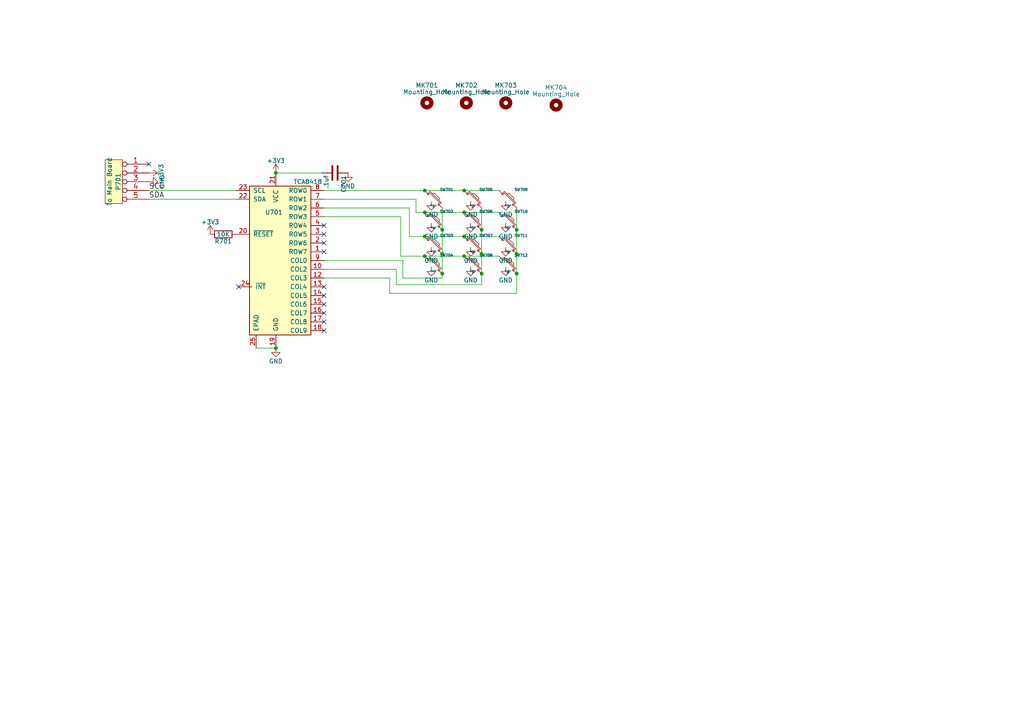
<source format=kicad_sch>
(kicad_sch (version 20211123) (generator eeschema)
  (paper "A4")
  (lib_symbols
    (symbol "ESP32-S3-WROOM-ControlStand-rescue:+3V3" (power) (pin_names (offset 0))
      (property "Value" "+3V3" (at 0 3.556 0))
      (symbol "+3V3_0_1"
        (polyline (pts (xy -0.762 1.27) (xy 0 2.54)))
        (polyline (pts (xy 0 0) (xy 0 2.54)))
        (polyline (pts (xy 0 2.54) (xy 0.762 1.27)))
      )
      (symbol "+3V3_1_1"
        (pin power_in line (at 0 0 90) (length 0) hide (name "+3V3") (number "1"))
      )
    )
    (symbol "ESP32-S3-WROOM-ControlStand-rescue:C" (pin_numbers hide) (pin_names (offset 0.254))
      (property "Reference" "C" (at 0.635 2.54 0))
      (property "Value" "C" (at 0.635 -2.54 0))
      (symbol "C_0_1"
        (polyline (pts (xy -2.032 -0.762) (xy 2.032 -0.762)) (stroke (width 0.508)))
        (polyline (pts (xy -2.032 0.762) (xy 2.032 0.762)) (stroke (width 0.508)))
      )
      (symbol "C_1_1"
        (pin passive line (at 0 3.81 270) (length 2.794) (name "~") (number "1"))
        (pin passive line (at 0 -3.81 90) (length 2.794) (name "~") (number "2"))
      )
    )
    (symbol "ESP32-S3-WROOM-ControlStand-rescue:CONN_5" (pin_names (offset 1.016))
      (property "Reference" "P" (at -1.27 0 90))
      (property "Value" "CONN_5" (at 1.27 0 90))
      (symbol "CONN_5_0_1"
        (rectangle (start -2.54 6.35) (end 2.54 -6.35) (fill (type background)))
      )
      (symbol "CONN_5_1_1"
        (pin passive inverted (at -10.16 5.08 0) (length 7.62) (name "~") (number "1"))
        (pin passive inverted (at -10.16 2.54 0) (length 7.62) (name "~") (number "2"))
        (pin passive inverted (at -10.16 0 0) (length 7.62) (name "~") (number "3"))
        (pin passive inverted (at -10.16 -2.54 0) (length 7.62) (name "~") (number "4"))
        (pin passive inverted (at -10.16 -5.08 0) (length 7.62) (name "~") (number "5"))
      )
    )
    (symbol "ESP32-S3-WROOM-ControlStand-rescue:GND" (power) (pin_names (offset 0))
      (property "Value" "GND" (at 0 -3.81 0))
      (symbol "GND_0_1"
        (polyline (pts (xy 0 0) (xy 0 -1.27) (xy 1.27 -1.27) (xy 0 -2.54) (xy -1.27 -1.27) (xy 0 -1.27)))
      )
      (symbol "GND_1_1"
        (pin power_in line (at 0 0 270) (length 0) hide (name "GND") (number "1"))
      )
    )
    (symbol "ESP32-S3-WROOM-ControlStand-rescue:Mounting_Hole" (pin_names (offset 1.016))
      (property "Reference" "MK" (at 0 5.08 0))
      (property "Value" "Mounting_Hole" (at 0 3.175 0))
      (symbol "Mounting_Hole_0_1"
        (circle (center 0 0) (radius 1.27) (stroke (width 1.27)))
      )
    )
    (symbol "ESP32-S3-WROOM-ControlStand-rescue:R" (pin_numbers hide) (pin_names (offset 0))
      (property "Reference" "R" (at 2.032 0 90))
      (property "Value" "R" (at 0 0 90))
      (symbol "R_0_1"
        (rectangle (start -1.016 -2.54) (end 1.016 2.54) (stroke (width 0.254)))
      )
      (symbol "R_1_1"
        (pin passive line (at 0 3.81 270) (length 1.27) (name "~") (number "1"))
        (pin passive line (at 0 -3.81 90) (length 1.27) (name "~") (number "2"))
      )
    )
    (symbol "sw_push_small_gnd:SW_PUSH_SMALL_GND" (pin_numbers hide) (pin_names (offset 1.016) hide)
      (property "Reference" "SW" (at 3.81 2.794 0))
      (property "Value" "SW_PUSH_SMALL_GND" (at 0 -2.0066 0))
      (symbol "SW_PUSH_SMALL_GND_0_1"
        (circle (center -1.524 1.524) (radius 0.254))
        (polyline (pts (xy -2.54 2.54) (xy -1.524 1.524) (xy -1.524 1.524)))
        (polyline (pts (xy 1.524 -1.524) (xy 2.54 -2.54) (xy 2.54 -2.54) (xy 2.54 -2.54)))
        (polyline (pts (xy -0.254 1.524) (xy 0.254 1.778) (xy 1.778 0.254) (xy 1.524 -0.254) (xy 1.524 -0.254) (xy 1.524 -0.254)))
        (polyline (pts (xy -1.27 2.032) (xy 2.032 -1.27) (xy 2.286 -1.016) (xy -1.016 2.286) (xy -1.27 2.032) (xy -1.27 2.032) (xy -1.27 2.032)))
        (circle (center 1.524 -1.524) (radius 0.254))
        (pin passive line (at -2.54 2.54 0) (length 0) (name "1") (number "1"))
        (pin passive line (at 2.54 -2.54 180) (length 0) (name "2") (number "2"))
      )
      (symbol "SW_PUSH_SMALL_GND_1_1"
        (pin passive line (at -0.635 -0.635 0) (length 0) hide (name "GND") (number "3"))
      )
    )
    (symbol "tca8418:TCA8418" (pin_names (offset 1.016))
      (property "Reference" "U" (at -6.985 11.43 0))
      (property "Value" "TCA8418" (at 1.27 20.32 0))
      (property "Datasheet" "http://www.ti.com/lit/ds/symlink/tca8418.pdf" (at 1.27 6.35 0))
      (symbol "TCA8418_0_1"
        (rectangle (start -11.43 19.05) (end 6.35 -24.13) (stroke (width 0.254)) (fill (type background)))
      )
      (symbol "TCA8418_1_1"
        (pin bidirectional line (at 10.16 0 180) (length 3.81) (name "ROW7") (number "1"))
        (pin bidirectional line (at 10.16 -5.08 180) (length 3.81) (name "COL2") (number "10"))
        (pin bidirectional line (at 10.16 -7.62 180) (length 3.81) (name "COL3") (number "12"))
        (pin bidirectional line (at 10.16 -10.16 180) (length 3.81) (name "COL4") (number "13"))
        (pin bidirectional line (at 10.16 -12.7 180) (length 3.81) (name "COL5") (number "14"))
        (pin bidirectional line (at 10.16 -15.24 180) (length 3.81) (name "COL6") (number "15"))
        (pin bidirectional line (at 10.16 -17.78 180) (length 3.81) (name "COL7") (number "16"))
        (pin bidirectional line (at 10.16 -20.32 180) (length 3.81) (name "COL8") (number "17"))
        (pin bidirectional line (at 10.16 -22.86 180) (length 3.81) (name "COL9") (number "18"))
        (pin power_in line (at -3.81 -27.94 90) (length 3.81) (name "GND") (number "19"))
        (pin bidirectional line (at 10.16 2.54 180) (length 3.81) (name "ROW6") (number "2"))
        (pin input line (at -15.24 5.08 0) (length 3.81) (name "~{RESET}") (number "20"))
        (pin power_in line (at -3.81 22.86 270) (length 3.81) (name "VCC") (number "21"))
        (pin bidirectional line (at -15.24 15.24 0) (length 3.81) (name "SDA") (number "22"))
        (pin bidirectional line (at -15.24 17.78 0) (length 3.81) (name "SCL") (number "23"))
        (pin input line (at -14.605 -10.16 0) (length 3.81) (name "~{INT}") (number "24"))
        (pin power_in line (at -9.525 -27.94 90) (length 3.81) (name "EPAD") (number "25"))
        (pin bidirectional line (at 10.16 5.08 180) (length 3.81) (name "ROW5") (number "3"))
        (pin bidirectional line (at 10.16 7.62 180) (length 3.81) (name "ROW4") (number "4"))
        (pin bidirectional line (at 10.16 10.16 180) (length 3.81) (name "ROW3") (number "5"))
        (pin bidirectional line (at 10.16 12.7 180) (length 3.81) (name "ROW2") (number "6"))
        (pin bidirectional line (at 10.16 15.24 180) (length 3.81) (name "ROW1") (number "7"))
        (pin bidirectional line (at 10.16 17.78 180) (length 3.81) (name "ROW0") (number "8"))
        (pin bidirectional line (at 10.16 -2.54 180) (length 3.81) (name "COL0") (number "9"))
      )
    )
  )
  (junction (at 134.62 55.245))
  (junction (at 149.86 73.66))
  (junction (at 139.7 66.675))
  (junction (at 139.7 73.66))
  (junction (at 123.19 68.58))
  (junction (at 128.27 79.375))
  (junction (at 80.01 100.965))
  (junction (at 134.62 61.595))
  (junction (at 134.62 74.295))
  (junction (at 149.86 79.375))
  (junction (at 80.01 50.165))
  (junction (at 128.27 66.675))
  (junction (at 123.19 61.595))
  (junction (at 139.7 79.375))
  (junction (at 134.62 68.58))
  (junction (at 128.27 73.66))
  (junction (at 149.86 66.675))
  (junction (at 123.19 55.245))
  (junction (at 123.19 74.295))
  (no_connect (at 93.98 85.725))
  (no_connect (at 93.98 90.805))
  (no_connect (at 93.98 83.185))
  (no_connect (at 93.98 73.025))
  (no_connect (at 93.98 70.485))
  (no_connect (at 43.18 47.625))
  (no_connect (at 93.98 65.405))
  (no_connect (at 93.98 88.265))
  (no_connect (at 69.215 83.185))
  (no_connect (at 93.98 93.345))
  (no_connect (at 93.98 95.885))
  (no_connect (at 93.98 67.945))
  (wire (pts (xy 118.745 68.58) (xy 123.19 68.58)))
  (wire (pts (xy 149.86 60.325) (xy 149.86 66.675)))
  (wire (pts (xy 123.19 68.58) (xy 134.62 68.58)))
  (wire (pts (xy 93.98 55.245) (xy 123.19 55.245)))
  (wire (pts (xy 113.03 85.09) (xy 113.03 80.645)))
  (wire (pts (xy 43.18 57.785) (xy 68.58 57.785)))
  (wire (pts (xy 120.65 61.595) (xy 123.19 61.595)))
  (wire (pts (xy 149.86 66.675) (xy 149.86 73.66)))
  (wire (pts (xy 118.745 60.325) (xy 118.745 68.58)))
  (wire (pts (xy 139.7 60.325) (xy 139.7 66.675)))
  (wire (pts (xy 149.86 85.09) (xy 113.03 85.09)))
  (wire (pts (xy 116.205 62.865) (xy 116.205 74.295)))
  (wire (pts (xy 120.65 57.785) (xy 120.65 61.595)))
  (wire (pts (xy 114.935 78.105) (xy 114.935 82.55)))
  (wire (pts (xy 116.205 74.295) (xy 123.19 74.295)))
  (wire (pts (xy 134.62 68.58) (xy 144.78 68.58)))
  (wire (pts (xy 116.84 75.565) (xy 116.84 80.645)))
  (wire (pts (xy 93.98 78.105) (xy 114.935 78.105)))
  (wire (pts (xy 93.98 75.565) (xy 116.84 75.565)))
  (wire (pts (xy 149.86 73.66) (xy 149.86 79.375)))
  (wire (pts (xy 123.19 74.295) (xy 134.62 74.295)))
  (wire (pts (xy 139.7 66.675) (xy 139.7 73.66)))
  (wire (pts (xy 128.27 79.375) (xy 128.27 80.645)))
  (wire (pts (xy 74.295 100.965) (xy 80.01 100.965)))
  (wire (pts (xy 134.62 74.295) (xy 144.78 74.295)))
  (wire (pts (xy 80.01 50.165) (xy 93.345 50.165)))
  (wire (pts (xy 128.27 60.325) (xy 128.27 66.675)))
  (wire (pts (xy 128.27 66.675) (xy 128.27 73.66)))
  (wire (pts (xy 123.19 55.245) (xy 134.62 55.245)))
  (wire (pts (xy 113.03 80.645) (xy 93.98 80.645)))
  (wire (pts (xy 128.27 73.66) (xy 128.27 79.375)))
  (wire (pts (xy 93.98 60.325) (xy 118.745 60.325)))
  (wire (pts (xy 114.935 82.55) (xy 139.7 82.55)))
  (wire (pts (xy 93.98 62.865) (xy 116.205 62.865)))
  (wire (pts (xy 134.62 55.245) (xy 144.78 55.245)))
  (wire (pts (xy 123.19 61.595) (xy 134.62 61.595)))
  (wire (pts (xy 139.7 79.375) (xy 139.7 82.55)))
  (wire (pts (xy 149.86 79.375) (xy 149.86 85.09)))
  (wire (pts (xy 116.84 80.645) (xy 128.27 80.645)))
  (wire (pts (xy 139.7 73.66) (xy 139.7 79.375)))
  (wire (pts (xy 134.62 61.595) (xy 144.78 61.595)))
  (wire (pts (xy 43.18 55.245) (xy 68.58 55.245)))
  (wire (pts (xy 93.98 57.785) (xy 120.65 57.785)))
  (label "SCL" (at 43.18 55.245 0) (effects (font (size 1.524 1.524))))
  (label "SDA" (at 43.18 57.785 0) (effects (font (size 1.524 1.524))))
  (symbol (lib_id "ESP32-S3-WROOM-ControlStand-rescue:CONN_5") (at 33.02 52.705 0) (mirror y) (unit 1)
    (property "Reference" "P701" (at 34.29 52.705 90))
    (property "Value" "To Main Board" (at 31.75 52.705 90))
    (property "Footprint" "Pin_Headers:Pin_Header_Angled_1x05_Pitch2.54mm" (effects hide))
    (property "Mouser Part Number" "649-1012937990501BLF" (effects hide))
  )
  (symbol (lib_id "ESP32-S3-WROOM-ControlStand-rescue:+3V3") (at 43.18 50.165 270) (unit 1)
    (property "Reference" "#PWR080" (effects hide))
    (property "Value" "+3V3" (at 46.736 50.165 0))
  )
  (symbol (lib_id "ESP32-S3-WROOM-ControlStand-rescue:GND") (at 43.18 52.705 90) (unit 1)
    (property "Reference" "#PWR081" (effects hide))
    (property "Value" "GND" (at 46.99 52.705 0))
  )
  (symbol (lib_id "tca8418:TCA8418") (at 83.82 73.025 0) (unit 1)
    (property "Reference" "U701" (at 76.835 61.595 0) (effects (justify left)))
    (property "Value" "TCA8418" (at 85.09 52.705 0) (effects (justify left)))
    (property "Footprint" "Package_DFN_QFN:QFN-24-1EP_4x4mm_P0.5mm_EP2.7x2.7mm_ThermalVias" (effects hide))
  )
  (symbol (lib_id "ESP32-S3-WROOM-ControlStand-rescue:+3V3") (at 80.01 50.165 0) (unit 1)
    (property "Reference" "#PWR082" (effects hide))
    (property "Value" "+3V3" (at 80.01 46.609 0))
  )
  (symbol (lib_id "ESP32-S3-WROOM-ControlStand-rescue:GND") (at 80.01 100.965 0) (unit 1)
    (property "Reference" "#PWR083" (effects hide))
    (property "Value" "GND" (at 80.01 104.775 0))
  )
  (symbol (lib_id "ESP32-S3-WROOM-ControlStand-rescue:C") (at 97.155 50.165 270) (unit 1)
    (property "Reference" "C701" (at 99.695 50.8 0) (effects (justify left)))
    (property "Value" ".1uf" (at 94.615 50.8 0) (effects (justify left)))
    (property "Footprint" "Capacitor_SMD:C_0603_1608Metric" (effects hide))
    (property "Mouser Part Number" "810-C0603X5R1E104KBB" (effects hide))
  )
  (symbol (lib_id "ESP32-S3-WROOM-ControlStand-rescue:GND") (at 100.965 50.165 0) (unit 1)
    (property "Reference" "#PWR084" (effects hide))
    (property "Value" "GND" (at 100.965 53.975 0))
  )
  (symbol (lib_id "ESP32-S3-WROOM-ControlStand-rescue:R") (at 64.77 67.945 270) (unit 1)
    (property "Reference" "R701" (at 64.77 69.977 90))
    (property "Value" "10K" (at 64.77 67.945 90))
    (property "Footprint" "Resistor_SMD:R_0603_1608Metric" (effects hide))
    (property "Mouser Part Number" "71-CRCW0603J-910K-E3" (effects hide))
  )
  (symbol (lib_id "ESP32-S3-WROOM-ControlStand-rescue:+3V3") (at 60.96 67.945 0) (unit 1)
    (property "Reference" "#PWR085" (effects hide))
    (property "Value" "+3V3" (at 60.96 64.389 0))
  )
  (symbol (lib_id "sw_push_small_gnd:SW_PUSH_SMALL_GND") (at 125.73 57.785 0) (unit 1)
    (property "Reference" "SW701" (at 129.54 54.991 0) (effects (font (size 0.762 0.762))))
    (property "Value" "\"1\"" (at 125.73 59.7916 0) (effects (font (size 0.762 0.762))))
    (property "Footprint" "Button_Switch_SMD:SW_SPST_B3U-1100P-B" (effects hide))
    (property "Mouser Part Number" "653-B3U-1100P-B" (effects hide))
  )
  (symbol (lib_id "sw_push_small_gnd:SW_PUSH_SMALL_GND") (at 137.16 57.785 0) (unit 1)
    (property "Reference" "SW705" (at 140.97 54.991 0) (effects (font (size 0.762 0.762))))
    (property "Value" "\"2\"" (at 137.16 59.7916 0) (effects (font (size 0.762 0.762))))
    (property "Footprint" "Buttons_Switches_SMD:SW_SPST_B3U-1100P-B" (effects hide))
    (property "Mouser Part Number" "653-B3U-1100P-B" (effects hide))
  )
  (symbol (lib_id "sw_push_small_gnd:SW_PUSH_SMALL_GND") (at 147.32 57.785 0) (unit 1)
    (property "Reference" "SW709" (at 151.13 54.991 0) (effects (font (size 0.762 0.762))))
    (property "Value" "\"3\"" (at 147.32 59.7916 0) (effects (font (size 0.762 0.762))))
    (property "Footprint" "Buttons_Switches_SMD:SW_SPST_B3U-1100P-B" (effects hide))
    (property "Mouser Part Number" "653-B3U-1100P-B" (effects hide))
  )
  (symbol (lib_id "sw_push_small_gnd:SW_PUSH_SMALL_GND") (at 125.73 64.135 0) (unit 1)
    (property "Reference" "SW702" (at 129.54 61.341 0) (effects (font (size 0.762 0.762))))
    (property "Value" "\"4\"" (at 125.73 66.1416 0) (effects (font (size 0.762 0.762))))
    (property "Footprint" "Buttons_Switches_SMD:SW_SPST_B3U-1100P-B" (effects hide))
    (property "Mouser Part Number" "653-B3U-1100P-B" (effects hide))
  )
  (symbol (lib_id "sw_push_small_gnd:SW_PUSH_SMALL_GND") (at 137.16 64.135 0) (unit 1)
    (property "Reference" "SW706" (at 140.97 61.341 0) (effects (font (size 0.762 0.762))))
    (property "Value" "\"5\"" (at 137.16 66.1416 0) (effects (font (size 0.762 0.762))))
    (property "Footprint" "Buttons_Switches_SMD:SW_SPST_B3U-1100P-B" (effects hide))
    (property "Mouser Part Number" "653-B3U-1100P-B" (effects hide))
  )
  (symbol (lib_id "sw_push_small_gnd:SW_PUSH_SMALL_GND") (at 147.32 64.135 0) (unit 1)
    (property "Reference" "SW710" (at 151.13 61.341 0) (effects (font (size 0.762 0.762))))
    (property "Value" "\"6\"" (at 147.32 66.1416 0) (effects (font (size 0.762 0.762))))
    (property "Footprint" "Buttons_Switches_SMD:SW_SPST_B3U-1100P-B" (effects hide))
    (property "Mouser Part Number" "653-B3U-1100P-B" (effects hide))
  )
  (symbol (lib_id "sw_push_small_gnd:SW_PUSH_SMALL_GND") (at 125.73 71.12 0) (unit 1)
    (property "Reference" "SW703" (at 129.54 68.326 0) (effects (font (size 0.762 0.762))))
    (property "Value" "\"7\"" (at 125.73 73.1266 0) (effects (font (size 0.762 0.762))))
    (property "Footprint" "Buttons_Switches_SMD:SW_SPST_B3U-1100P-B" (effects hide))
    (property "Mouser Part Number" "653-B3U-1100P-B" (effects hide))
  )
  (symbol (lib_id "sw_push_small_gnd:SW_PUSH_SMALL_GND") (at 137.16 71.12 0) (unit 1)
    (property "Reference" "SW707" (at 140.97 68.326 0) (effects (font (size 0.762 0.762))))
    (property "Value" "\"8\"" (at 137.16 73.1266 0) (effects (font (size 0.762 0.762))))
    (property "Footprint" "Buttons_Switches_SMD:SW_SPST_B3U-1100P-B" (effects hide))
    (property "Mouser Part Number" "653-B3U-1100P-B" (effects hide))
  )
  (symbol (lib_id "sw_push_small_gnd:SW_PUSH_SMALL_GND") (at 147.32 71.12 0) (unit 1)
    (property "Reference" "SW711" (at 151.13 68.326 0) (effects (font (size 0.762 0.762))))
    (property "Value" "\"9\"" (at 147.32 73.1266 0) (effects (font (size 0.762 0.762))))
    (property "Footprint" "Buttons_Switches_SMD:SW_SPST_B3U-1100P-B" (effects hide))
    (property "Mouser Part Number" "653-B3U-1100P-B" (effects hide))
  )
  (symbol (lib_id "sw_push_small_gnd:SW_PUSH_SMALL_GND") (at 125.73 76.835 0) (unit 1)
    (property "Reference" "SW704" (at 129.54 74.041 0) (effects (font (size 0.762 0.762))))
    (property "Value" "\"*\"" (at 125.73 78.8416 0) (effects (font (size 0.762 0.762))))
    (property "Footprint" "Buttons_Switches_SMD:SW_SPST_B3U-1100P-B" (effects hide))
    (property "Mouser Part Number" "653-B3U-1100P-B" (effects hide))
  )
  (symbol (lib_id "sw_push_small_gnd:SW_PUSH_SMALL_GND") (at 137.16 76.835 0) (unit 1)
    (property "Reference" "SW708" (at 140.97 74.041 0) (effects (font (size 0.762 0.762))))
    (property "Value" "\"0\"" (at 137.16 78.8416 0) (effects (font (size 0.762 0.762))))
    (property "Footprint" "Buttons_Switches_SMD:SW_SPST_B3U-1100P-B" (effects hide))
    (property "Mouser Part Number" "653-B3U-1100P-B" (effects hide))
  )
  (symbol (lib_id "sw_push_small_gnd:SW_PUSH_SMALL_GND") (at 147.32 76.835 0) (unit 1)
    (property "Reference" "SW712" (at 151.13 74.041 0) (effects (font (size 0.762 0.762))))
    (property "Value" "\"#\"" (at 147.32 78.8416 0) (effects (font (size 0.762 0.762))))
    (property "Footprint" "Buttons_Switches_SMD:SW_SPST_B3U-1100P-B" (effects hide))
    (property "Mouser Part Number" "653-B3U-1100P-B" (effects hide))
  )
  (symbol (lib_id "ESP32-S3-WROOM-ControlStand-rescue:GND") (at 125.095 77.47 0) (unit 1)
    (property "Reference" "#PWR086" (effects hide))
    (property "Value" "GND" (at 125.095 81.28 0))
  )
  (symbol (lib_id "ESP32-S3-WROOM-ControlStand-rescue:GND") (at 136.525 77.47 0) (unit 1)
    (property "Reference" "#PWR087" (effects hide))
    (property "Value" "GND" (at 136.525 81.28 0))
  )
  (symbol (lib_id "ESP32-S3-WROOM-ControlStand-rescue:GND") (at 125.095 71.755 0) (unit 1)
    (property "Reference" "#PWR088" (effects hide))
    (property "Value" "GND" (at 125.095 75.565 0))
  )
  (symbol (lib_id "ESP32-S3-WROOM-ControlStand-rescue:GND") (at 136.525 71.755 0) (unit 1)
    (property "Reference" "#PWR089" (effects hide))
    (property "Value" "GND" (at 136.525 75.565 0))
  )
  (symbol (lib_id "ESP32-S3-WROOM-ControlStand-rescue:GND") (at 136.525 64.77 0) (unit 1)
    (property "Reference" "#PWR090" (effects hide))
    (property "Value" "GND" (at 136.525 68.58 0))
  )
  (symbol (lib_id "ESP32-S3-WROOM-ControlStand-rescue:GND") (at 125.095 64.77 0) (unit 1)
    (property "Reference" "#PWR091" (effects hide))
    (property "Value" "GND" (at 125.095 68.58 0))
  )
  (symbol (lib_id "ESP32-S3-WROOM-ControlStand-rescue:GND") (at 146.685 77.47 0) (unit 1)
    (property "Reference" "#PWR092" (effects hide))
    (property "Value" "GND" (at 146.685 81.28 0))
  )
  (symbol (lib_id "ESP32-S3-WROOM-ControlStand-rescue:GND") (at 146.685 71.755 0) (unit 1)
    (property "Reference" "#PWR093" (effects hide))
    (property "Value" "GND" (at 146.685 75.565 0))
  )
  (symbol (lib_id "ESP32-S3-WROOM-ControlStand-rescue:GND") (at 146.685 64.77 0) (unit 1)
    (property "Reference" "#PWR094" (effects hide))
    (property "Value" "GND" (at 146.685 68.58 0))
  )
  (symbol (lib_id "ESP32-S3-WROOM-ControlStand-rescue:GND") (at 125.095 58.42 0) (unit 1)
    (property "Reference" "#PWR095" (effects hide))
    (property "Value" "GND" (at 125.095 62.23 0))
  )
  (symbol (lib_id "ESP32-S3-WROOM-ControlStand-rescue:GND") (at 136.525 58.42 0) (unit 1)
    (property "Reference" "#PWR096" (effects hide))
    (property "Value" "GND" (at 136.525 62.23 0))
  )
  (symbol (lib_id "ESP32-S3-WROOM-ControlStand-rescue:GND") (at 146.685 58.42 0) (unit 1)
    (property "Reference" "#PWR097" (effects hide))
    (property "Value" "GND" (at 146.685 62.23 0))
  )
  (symbol (lib_id "ESP32-S3-WROOM-ControlStand-rescue:Mounting_Hole") (at 123.825 29.845 0) (unit 1)
    (property "Reference" "MK701" (at 123.825 24.765 0))
    (property "Value" "Mounting_Hole" (at 123.825 26.67 0))
    (property "Footprint" "Mounting_Holes:MountingHole_2.5mm" (effects hide))
  )
  (symbol (lib_id "ESP32-S3-WROOM-ControlStand-rescue:Mounting_Hole") (at 135.255 29.845 0) (unit 1)
    (property "Reference" "MK702" (at 135.255 24.765 0))
    (property "Value" "Mounting_Hole" (at 135.255 26.67 0))
    (property "Footprint" "Mounting_Holes:MountingHole_2.5mm" (effects hide))
  )
  (symbol (lib_id "ESP32-S3-WROOM-ControlStand-rescue:Mounting_Hole") (at 146.685 29.845 0) (unit 1)
    (property "Reference" "MK703" (at 146.685 24.765 0))
    (property "Value" "Mounting_Hole" (at 146.685 26.67 0))
    (property "Footprint" "Mounting_Holes:MountingHole_2.5mm" (effects hide))
  )
  (symbol (lib_id "ESP32-S3-WROOM-ControlStand-rescue:Mounting_Hole") (at 161.29 30.48 0) (unit 1)
    (property "Reference" "MK704" (at 161.29 25.4 0))
    (property "Value" "Mounting_Hole" (at 161.29 27.305 0))
    (property "Footprint" "Mounting_Holes:MountingHole_2.5mm" (effects hide))
  )
)
</source>
